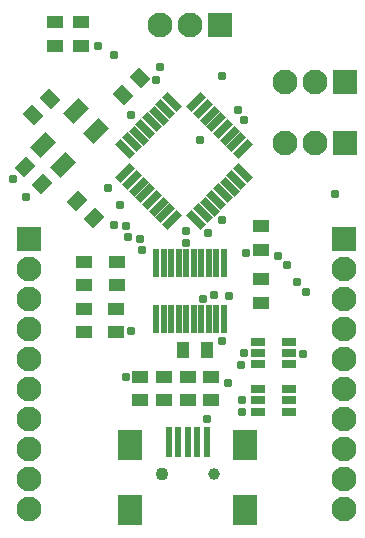
<source format=gts>
G04*
G04 #@! TF.GenerationSoftware,Altium Limited,Altium Designer,23.7.1 (13)*
G04*
G04 Layer_Color=8388736*
%FSLAX25Y25*%
%MOIN*%
G70*
G04*
G04 #@! TF.SameCoordinates,94D171D2-8780-4672-B2B7-694C8E849A20*
G04*
G04*
G04 #@! TF.FilePolarity,Negative*
G04*
G01*
G75*
%ADD13R,0.08268X0.10236*%
%ADD14R,0.02362X0.10236*%
%ADD15R,0.01968X0.09252*%
%ADD16R,0.05315X0.04331*%
G04:AMPARAMS|DCode=17|XSize=43.31mil|YSize=53.15mil|CornerRadius=0mil|HoleSize=0mil|Usage=FLASHONLY|Rotation=135.000|XOffset=0mil|YOffset=0mil|HoleType=Round|Shape=Rectangle|*
%AMROTATEDRECTD17*
4,1,4,0.03410,0.00348,-0.00348,-0.03410,-0.03410,-0.00348,0.00348,0.03410,0.03410,0.00348,0.0*
%
%ADD17ROTATEDRECTD17*%

G04:AMPARAMS|DCode=18|XSize=25.59mil|YSize=66.93mil|CornerRadius=0mil|HoleSize=0mil|Usage=FLASHONLY|Rotation=315.000|XOffset=0mil|YOffset=0mil|HoleType=Round|Shape=Rectangle|*
%AMROTATEDRECTD18*
4,1,4,-0.03271,-0.01462,0.01462,0.03271,0.03271,0.01462,-0.01462,-0.03271,-0.03271,-0.01462,0.0*
%
%ADD18ROTATEDRECTD18*%

G04:AMPARAMS|DCode=19|XSize=25.59mil|YSize=66.93mil|CornerRadius=0mil|HoleSize=0mil|Usage=FLASHONLY|Rotation=45.000|XOffset=0mil|YOffset=0mil|HoleType=Round|Shape=Rectangle|*
%AMROTATEDRECTD19*
4,1,4,0.01462,-0.03271,-0.03271,0.01462,-0.01462,0.03271,0.03271,-0.01462,0.01462,-0.03271,0.0*
%
%ADD19ROTATEDRECTD19*%

G04:AMPARAMS|DCode=20|XSize=74.8mil|YSize=51.18mil|CornerRadius=0mil|HoleSize=0mil|Usage=FLASHONLY|Rotation=225.000|XOffset=0mil|YOffset=0mil|HoleType=Round|Shape=Rectangle|*
%AMROTATEDRECTD20*
4,1,4,0.00835,0.04454,0.04454,0.00835,-0.00835,-0.04454,-0.04454,-0.00835,0.00835,0.04454,0.0*
%
%ADD20ROTATEDRECTD20*%

G04:AMPARAMS|DCode=21|XSize=43.31mil|YSize=53.15mil|CornerRadius=0mil|HoleSize=0mil|Usage=FLASHONLY|Rotation=45.000|XOffset=0mil|YOffset=0mil|HoleType=Round|Shape=Rectangle|*
%AMROTATEDRECTD21*
4,1,4,0.00348,-0.03410,-0.03410,0.00348,-0.00348,0.03410,0.03410,-0.00348,0.00348,-0.03410,0.0*
%
%ADD21ROTATEDRECTD21*%

%ADD22R,0.04331X0.05315*%
%ADD23R,0.04724X0.02756*%
%ADD24C,0.04343*%
%ADD25C,0.03937*%
%ADD26C,0.08268*%
%ADD27R,0.08268X0.08268*%
%ADD28R,0.08268X0.08268*%
%ADD29C,0.03071*%
D13*
X96929Y31339D02*
D03*
X58661D02*
D03*
X96929Y9764D02*
D03*
X58661D02*
D03*
D14*
X84095Y32362D02*
D03*
X80945D02*
D03*
X77795D02*
D03*
X74646D02*
D03*
X71496D02*
D03*
D15*
X67333Y73327D02*
D03*
X69833D02*
D03*
X72333D02*
D03*
X74833D02*
D03*
X77333D02*
D03*
X79833D02*
D03*
X82333D02*
D03*
X84833D02*
D03*
X87333D02*
D03*
X89833D02*
D03*
X67333Y92028D02*
D03*
X69833D02*
D03*
X72333D02*
D03*
X74833D02*
D03*
X77333D02*
D03*
X79833D02*
D03*
X82333D02*
D03*
X84833D02*
D03*
X87333D02*
D03*
X89833D02*
D03*
D16*
X102362Y104331D02*
D03*
Y96457D02*
D03*
Y78740D02*
D03*
Y86614D02*
D03*
X33465Y164370D02*
D03*
Y172244D02*
D03*
X42323Y164370D02*
D03*
Y172244D02*
D03*
X69882Y46260D02*
D03*
Y54134D02*
D03*
X77756Y46260D02*
D03*
Y54134D02*
D03*
X85630D02*
D03*
Y46260D02*
D03*
X62008Y54134D02*
D03*
Y46260D02*
D03*
X54134Y84646D02*
D03*
Y92520D02*
D03*
X43307D02*
D03*
Y84646D02*
D03*
X54036Y68897D02*
D03*
Y76771D02*
D03*
X43307Y68898D02*
D03*
Y76772D02*
D03*
D17*
X40945Y112598D02*
D03*
X46513Y107031D02*
D03*
X29190Y118448D02*
D03*
X23622Y124016D02*
D03*
D18*
X80651Y145611D02*
D03*
X82878Y143384D02*
D03*
X85105Y141156D02*
D03*
X87332Y138929D02*
D03*
X89559Y136702D02*
D03*
X91786Y134475D02*
D03*
X94014Y132248D02*
D03*
X96241Y130021D02*
D03*
X72578Y106358D02*
D03*
X70350Y108585D02*
D03*
X68123Y110812D02*
D03*
X65896Y113039D02*
D03*
X63669Y115266D02*
D03*
X61442Y117493D02*
D03*
X59215Y119720D02*
D03*
X56988Y121948D02*
D03*
D19*
X96241D02*
D03*
X94014Y119720D02*
D03*
X91786Y117493D02*
D03*
X89559Y115266D02*
D03*
X87332Y113039D02*
D03*
X85105Y110812D02*
D03*
X82878Y108585D02*
D03*
X80651Y106358D02*
D03*
X56988Y130021D02*
D03*
X59215Y132248D02*
D03*
X61442Y134475D02*
D03*
X63669Y136702D02*
D03*
X65896Y138929D02*
D03*
X68123Y141156D02*
D03*
X70350Y143384D02*
D03*
X72578Y145611D02*
D03*
D20*
X47344Y135950D02*
D03*
X36209Y124815D02*
D03*
X29528Y131496D02*
D03*
X40663Y142632D02*
D03*
D03*
D21*
X26322Y141283D02*
D03*
X31890Y146850D02*
D03*
X56243Y147976D02*
D03*
X61811Y153543D02*
D03*
D22*
X84252Y62992D02*
D03*
X76378D02*
D03*
D23*
X111516Y65748D02*
D03*
Y62008D02*
D03*
Y58268D02*
D03*
X101083D02*
D03*
Y62008D02*
D03*
Y65748D02*
D03*
Y50000D02*
D03*
Y46260D02*
D03*
Y42520D02*
D03*
X111516D02*
D03*
Y46260D02*
D03*
Y50000D02*
D03*
D24*
X69134Y21654D02*
D03*
D25*
X86457D02*
D03*
D26*
X130000Y10000D02*
D03*
Y20000D02*
D03*
Y30000D02*
D03*
Y40000D02*
D03*
Y50000D02*
D03*
Y60000D02*
D03*
Y70000D02*
D03*
Y80000D02*
D03*
Y90000D02*
D03*
X25000D02*
D03*
Y80000D02*
D03*
Y70000D02*
D03*
Y60000D02*
D03*
Y50000D02*
D03*
Y40000D02*
D03*
Y30000D02*
D03*
Y20000D02*
D03*
Y10000D02*
D03*
X120079Y131890D02*
D03*
X110079D02*
D03*
X120079Y152362D02*
D03*
X110079D02*
D03*
X78740Y171260D02*
D03*
X68740D02*
D03*
D27*
X130000Y100000D02*
D03*
X25000D02*
D03*
D28*
X130079Y131890D02*
D03*
Y152362D02*
D03*
X88740Y171260D02*
D03*
D29*
X91535Y81004D02*
D03*
X86417Y81496D02*
D03*
X83071Y80028D02*
D03*
X89370Y66142D02*
D03*
X77165Y98819D02*
D03*
X96457Y139631D02*
D03*
X55261Y111398D02*
D03*
X57087Y53937D02*
D03*
X95426Y58025D02*
D03*
X67405Y153150D02*
D03*
X68504Y157480D02*
D03*
X94488Y142913D02*
D03*
X59055Y69291D02*
D03*
X84646Y101969D02*
D03*
X89370Y154331D02*
D03*
X77165Y102756D02*
D03*
X81890Y133071D02*
D03*
X97244Y95276D02*
D03*
X89370Y106299D02*
D03*
X116142Y61811D02*
D03*
X117323Y82284D02*
D03*
X107874Y94488D02*
D03*
X114173Y85827D02*
D03*
X111024Y91339D02*
D03*
X24016Y114173D02*
D03*
X19685Y120079D02*
D03*
X59055Y141339D02*
D03*
X53150Y161417D02*
D03*
X51181Y116929D02*
D03*
X126772Y114961D02*
D03*
X96457Y62205D02*
D03*
X96063Y46457D02*
D03*
X91339Y51968D02*
D03*
X62598Y96379D02*
D03*
X61811Y100046D02*
D03*
X57874Y100563D02*
D03*
X57188Y104331D02*
D03*
X53150Y104747D02*
D03*
X96063Y42520D02*
D03*
X84095Y40000D02*
D03*
X47835Y164370D02*
D03*
M02*

</source>
